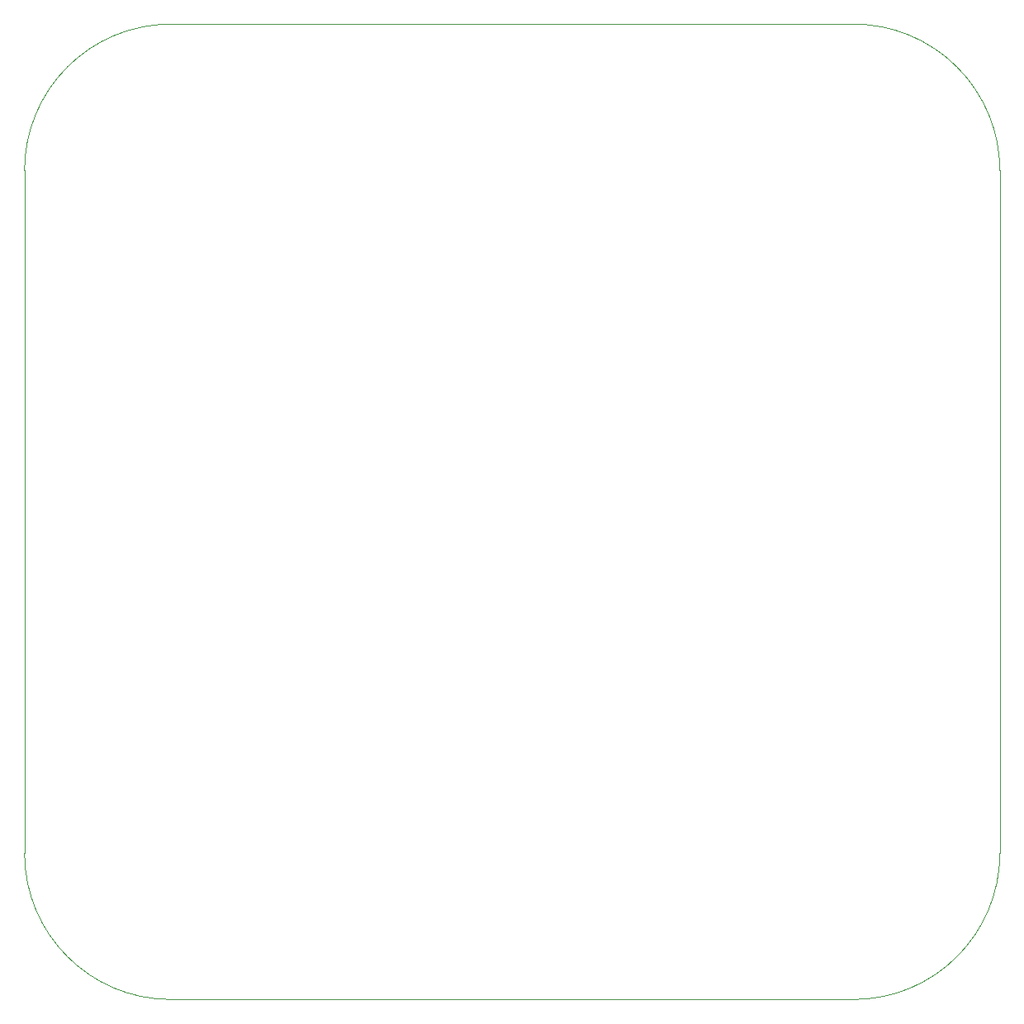
<source format=gbr>
%TF.GenerationSoftware,Altium Limited,Altium Designer,20.1.8 (145)*%
G04 Layer_Color=0*
%FSLAX45Y45*%
%MOMM*%
%TF.SameCoordinates,793C4F5F-A07E-474B-A886-B682DA88F124*%
%TF.FilePolarity,Positive*%
%TF.FileFunction,Profile,NP*%
%TF.Part,Single*%
G01*
G75*
%TA.AperFunction,Profile*%
%ADD72C,0.02540*%
D72*
X-5000000Y-3500000D02*
G03*
X-3500000Y-5000000I1500000J0D01*
G01*
X3500000D01*
D02*
G03*
X5000000Y-3500000I0J1500000D01*
G01*
X4999295Y-3499295D01*
X4999295Y3500000D01*
X5000000D01*
D02*
G03*
X3500000Y5000000I-1500000J0D01*
G01*
X-3500000D01*
D02*
G03*
X-5000000Y3500000I0J-1500000D01*
G01*
Y-3500000D01*
%TF.MD5,b2b2e7390f897b9d07e99ad3d3672d27*%
M02*

</source>
